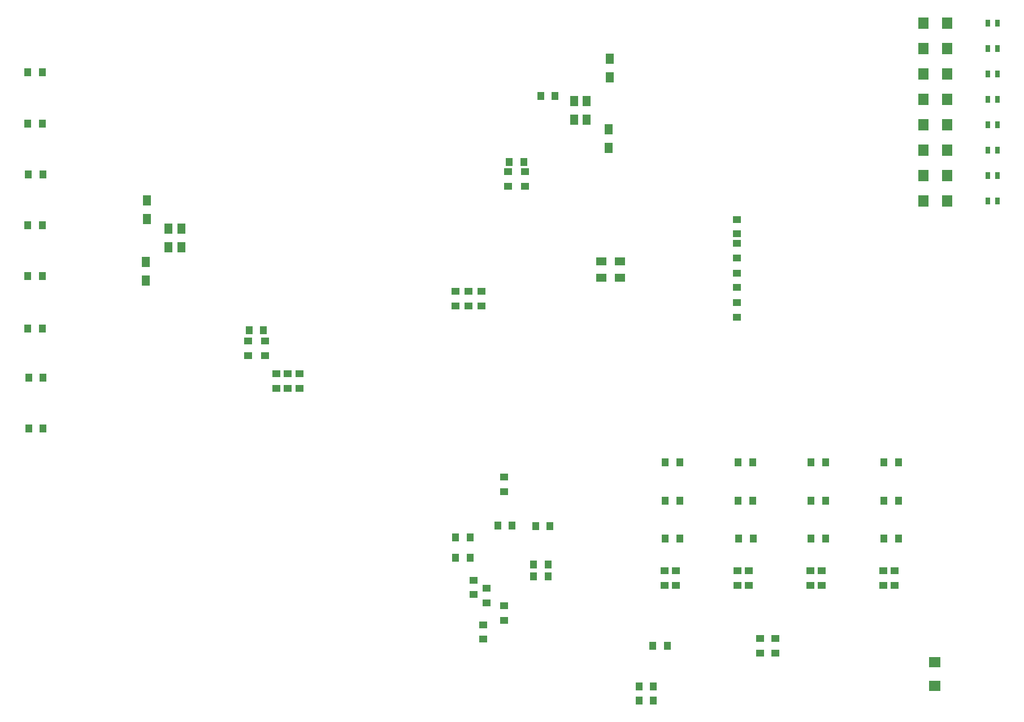
<source format=gbp>
G04 Layer_Color=128*
%FSLAX25Y25*%
%MOIN*%
G70*
G01*
G75*
%ADD28R,0.04000X0.05000*%
%ADD29R,0.06000X0.05000*%
%ADD30R,0.05000X0.04000*%
%ADD32R,0.02756X0.03937*%
%ADD38R,0.05000X0.06000*%
%ADD44R,0.07087X0.06299*%
%ADD47R,0.06299X0.07087*%
D28*
X407700Y325500D02*
D03*
X416200D02*
D03*
X588200Y464000D02*
D03*
X579700D02*
D03*
X569700Y424900D02*
D03*
X561200D02*
D03*
X562800Y210200D02*
D03*
X554300D02*
D03*
X576600Y209800D02*
D03*
X585100D02*
D03*
X575400Y187200D02*
D03*
X583900D02*
D03*
X782121Y202450D02*
D03*
X790621D02*
D03*
X739121D02*
D03*
X747621D02*
D03*
X696500D02*
D03*
X705000D02*
D03*
X653121D02*
D03*
X661621D02*
D03*
X782121Y224950D02*
D03*
X790621D02*
D03*
X739121D02*
D03*
X747621D02*
D03*
X696121D02*
D03*
X704621D02*
D03*
X653121D02*
D03*
X661621D02*
D03*
X782121Y247450D02*
D03*
X790621D02*
D03*
X739121D02*
D03*
X747621D02*
D03*
X696121D02*
D03*
X704621D02*
D03*
X653121D02*
D03*
X661621D02*
D03*
X277600Y267737D02*
D03*
X286100D02*
D03*
X277600Y297737D02*
D03*
X286100D02*
D03*
X277100Y326637D02*
D03*
X285600D02*
D03*
X277100Y357737D02*
D03*
X285600D02*
D03*
X277100Y387737D02*
D03*
X285600D02*
D03*
X277400Y417737D02*
D03*
X285900D02*
D03*
X277100Y447737D02*
D03*
X285600D02*
D03*
X277100Y478037D02*
D03*
X285600D02*
D03*
X646100Y106900D02*
D03*
X637600D02*
D03*
X583900Y180100D02*
D03*
X575400D02*
D03*
X654300Y139100D02*
D03*
X645800D02*
D03*
X637600Y115300D02*
D03*
X646100D02*
D03*
X537900Y203300D02*
D03*
X529400D02*
D03*
X537900Y191400D02*
D03*
X529400D02*
D03*
D29*
X615349Y366282D02*
D03*
X626349D02*
D03*
Y356439D02*
D03*
X615349D02*
D03*
D30*
X407100Y310600D02*
D03*
Y319100D02*
D03*
X417100Y310600D02*
D03*
Y319100D02*
D03*
X529280Y340007D02*
D03*
Y348507D02*
D03*
X537030D02*
D03*
Y340007D02*
D03*
X544780D02*
D03*
Y348507D02*
D03*
X437450Y291257D02*
D03*
Y299757D02*
D03*
X423550Y291257D02*
D03*
Y299757D02*
D03*
X430500D02*
D03*
Y291257D02*
D03*
X659271Y183550D02*
D03*
Y175050D02*
D03*
X652879Y183550D02*
D03*
Y175050D02*
D03*
X695879Y183550D02*
D03*
Y175050D02*
D03*
X702271Y183550D02*
D03*
Y175050D02*
D03*
X738879Y183550D02*
D03*
Y175050D02*
D03*
X745271Y183550D02*
D03*
Y175050D02*
D03*
X788271Y183550D02*
D03*
Y175050D02*
D03*
X781879Y183550D02*
D03*
Y175050D02*
D03*
X560400Y419100D02*
D03*
Y410600D02*
D03*
X570400Y419100D02*
D03*
Y410600D02*
D03*
X558200Y154400D02*
D03*
Y162900D02*
D03*
X540000Y178000D02*
D03*
Y169500D02*
D03*
X717900Y135000D02*
D03*
Y143500D02*
D03*
X709100Y135000D02*
D03*
Y143500D02*
D03*
X695260Y376760D02*
D03*
Y368260D02*
D03*
Y333260D02*
D03*
Y341760D02*
D03*
Y382500D02*
D03*
Y391000D02*
D03*
Y350760D02*
D03*
Y359260D02*
D03*
X545800Y151600D02*
D03*
Y143100D02*
D03*
X547700Y164600D02*
D03*
Y173100D02*
D03*
X558000Y230400D02*
D03*
Y238900D02*
D03*
D32*
X843488Y492000D02*
D03*
X849000D02*
D03*
X843488Y402000D02*
D03*
X849000D02*
D03*
X843488Y417000D02*
D03*
X849000D02*
D03*
X843488Y432000D02*
D03*
X849000D02*
D03*
X843488Y447000D02*
D03*
X849000D02*
D03*
X843488Y462000D02*
D03*
X849000D02*
D03*
X843488Y477000D02*
D03*
X849000D02*
D03*
X843488Y507000D02*
D03*
X849000D02*
D03*
D38*
X620264Y474957D02*
D03*
Y485957D02*
D03*
X619600Y444200D02*
D03*
Y433200D02*
D03*
X599400Y460900D02*
D03*
Y449900D02*
D03*
X606800Y460900D02*
D03*
Y449900D02*
D03*
X346700Y354937D02*
D03*
Y365937D02*
D03*
X367600Y385537D02*
D03*
Y374537D02*
D03*
X360200Y385537D02*
D03*
Y374537D02*
D03*
X347400Y402300D02*
D03*
Y391300D02*
D03*
D44*
X812000Y129474D02*
D03*
Y115474D02*
D03*
D47*
X805500Y402000D02*
D03*
X819500D02*
D03*
X805500Y417000D02*
D03*
X819500D02*
D03*
X805500Y432000D02*
D03*
X819500D02*
D03*
X805500Y447000D02*
D03*
X819500D02*
D03*
X805500Y462000D02*
D03*
X819500D02*
D03*
X805500Y477000D02*
D03*
X819500D02*
D03*
X805500Y492000D02*
D03*
X819500D02*
D03*
Y507000D02*
D03*
X805500D02*
D03*
M02*

</source>
